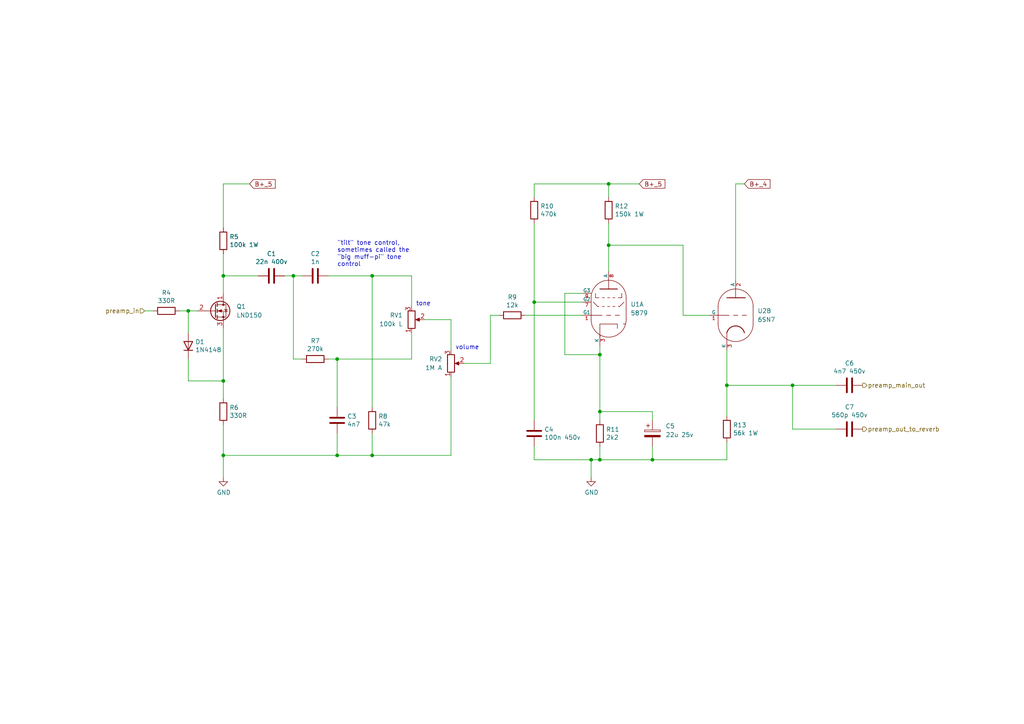
<source format=kicad_sch>
(kicad_sch (version 20211123) (generator eeschema)
  (paper "A4")
  (title_block (title "A200 12 watt class AB tube amp") (date "2021-12-26") (rev "0") (comment 1 "creativecommons.org/licenses/by/4.0/") (comment 2 "License: CC by 4.0") (comment 3 "Author: Jordan Aceto"))
  (lib_symbols
    (symbol "Device:C" (pin_numbers hide) (pin_names (offset 0.254))
      (property "Reference" "C" (at 0.635 2.54 0))
      (property "Value" "C" (at 0.635 -2.54 0))
      (symbol "C_0_1"
        (polyline (pts (xy -2.032 -0.762) (xy 2.032 -0.762)) (stroke (width 0.508)))
        (polyline (pts (xy -2.032 0.762) (xy 2.032 0.762)) (stroke (width 0.508)))
      )
      (symbol "C_1_1"
        (pin passive line (at 0 3.81 270) (length 2.794) (name "~") (number "1"))
        (pin passive line (at 0 -3.81 90) (length 2.794) (name "~") (number "2"))
      )
    )
    (symbol "Device:C_Polarized" (pin_numbers hide) (pin_names (offset 0.254))
      (property "Reference" "C" (at 0.635 2.54 0))
      (property "Value" "C_Polarized" (at 0.635 -2.54 0))
      (symbol "C_Polarized_0_1"
        (rectangle (start -2.286 0.508) (end 2.286 1.016))
        (polyline (pts (xy -1.778 2.286) (xy -0.762 2.286)))
        (polyline (pts (xy -1.27 2.794) (xy -1.27 1.778)))
        (rectangle (start 2.286 -0.508) (end -2.286 -1.016) (fill (type outline)))
      )
      (symbol "C_Polarized_1_1"
        (pin passive line (at 0 3.81 270) (length 2.794) (name "~") (number "1"))
        (pin passive line (at 0 -3.81 90) (length 2.794) (name "~") (number "2"))
      )
    )
    (symbol "Device:R" (pin_numbers hide) (pin_names (offset 0))
      (property "Reference" "R" (at 2.032 0 90))
      (property "Value" "R" (at 0 0 90))
      (symbol "R_0_1"
        (rectangle (start -1.016 -2.54) (end 1.016 2.54) (stroke (width 0.254)))
      )
      (symbol "R_1_1"
        (pin passive line (at 0 3.81 270) (length 1.27) (name "~") (number "1"))
        (pin passive line (at 0 -3.81 90) (length 1.27) (name "~") (number "2"))
      )
    )
    (symbol "Device:R_Potentiometer" (pin_names (offset 1.016) hide)
      (property "Reference" "RV" (at -4.445 0 90))
      (property "Value" "R_Potentiometer" (at -2.54 0 90))
      (symbol "R_Potentiometer_0_1"
        (polyline (pts (xy 2.54 0) (xy 1.524 0)))
        (polyline (pts (xy 1.143 0) (xy 2.286 0.508) (xy 2.286 -0.508) (xy 1.143 0)) (fill (type outline)))
        (rectangle (start 1.016 2.54) (end -1.016 -2.54) (stroke (width 0.254)))
      )
      (symbol "R_Potentiometer_1_1"
        (pin passive line (at 0 3.81 270) (length 1.27) (name "1") (number "1"))
        (pin passive line (at 3.81 0 180) (length 1.27) (name "2") (number "2"))
        (pin passive line (at 0 -3.81 90) (length 1.27) (name "3") (number "3"))
      )
    )
    (symbol "Diode:1N4148" (pin_numbers hide) (pin_names (offset 1.016) hide)
      (property "Reference" "D" (at 0 2.54 0))
      (property "Value" "1N4148" (at 0 -2.54 0))
      (symbol "1N4148_0_1"
        (polyline (pts (xy -1.27 1.27) (xy -1.27 -1.27)) (stroke (width 0.254)))
        (polyline (pts (xy 1.27 0) (xy -1.27 0)))
        (polyline (pts (xy 1.27 1.27) (xy 1.27 -1.27) (xy -1.27 0) (xy 1.27 1.27)) (stroke (width 0.254)))
      )
      (symbol "1N4148_1_1"
        (pin passive line (at -3.81 0 0) (length 2.54) (name "K") (number "1"))
        (pin passive line (at 3.81 0 180) (length 2.54) (name "A") (number "2"))
      )
    )
    (symbol "Transistor_FET:BSB008NE2LX" (pin_names hide)
      (property "Reference" "Q" (at 5.08 1.905 0))
      (property "Value" "BSB008NE2LX" (at 5.08 0 0))
      (symbol "BSB008NE2LX_0_1"
        (polyline (pts (xy 0.254 0) (xy -2.54 0)))
        (polyline (pts (xy 0.254 1.905) (xy 0.254 -1.905)) (stroke (width 0.254)))
        (polyline (pts (xy 0.762 -1.27) (xy 0.762 -2.286)) (stroke (width 0.254)))
        (polyline (pts (xy 0.762 0.508) (xy 0.762 -0.508)) (stroke (width 0.254)))
        (polyline (pts (xy 0.762 2.286) (xy 0.762 1.27)) (stroke (width 0.254)))
        (polyline (pts (xy 2.54 2.54) (xy 2.54 1.778)))
        (polyline (pts (xy 2.54 -2.54) (xy 2.54 0) (xy 0.762 0)))
        (polyline (pts (xy 0.762 -1.778) (xy 3.302 -1.778) (xy 3.302 1.778) (xy 0.762 1.778)))
        (polyline (pts (xy 1.016 0) (xy 2.032 0.381) (xy 2.032 -0.381) (xy 1.016 0)) (fill (type outline)))
        (polyline (pts (xy 2.794 0.508) (xy 2.921 0.381) (xy 3.683 0.381) (xy 3.81 0.254)))
        (polyline (pts (xy 3.302 0.381) (xy 2.921 -0.254) (xy 3.683 -0.254) (xy 3.302 0.381)))
        (circle (center 1.651 0) (radius 2.794) (stroke (width 0.254)))
        (circle (center 2.54 -1.778) (radius 0.254) (fill (type outline)))
        (circle (center 2.54 1.778) (radius 0.254) (fill (type outline)))
      )
      (symbol "BSB008NE2LX_1_1"
        (pin passive line (at 2.54 5.08 270) (length 2.54) (name "D") (number "1"))
        (pin input line (at -5.08 0 0) (length 2.54) (name "G") (number "2"))
        (pin passive line (at 2.54 -5.08 90) (length 2.54) (name "S") (number "3"))
      )
    )
    (symbol "custom_symbols:5879" (pin_names (offset 0))
      (property "Reference" "U" (at 0 12.7 0))
      (property "Value" "5879" (at 0 10.16 0))
      (symbol "5879_0_1"
        (arc (start -5.08 -2.54) (mid 0 -7.62) (end 5.08 -2.54))
        (polyline (pts (xy -5.08 3.81) (xy -5.08 -2.54) (xy -5.08 -2.54)))
        (polyline (pts (xy 5.08 -2.54) (xy 5.08 3.81) (xy 5.08 3.81)))
        (arc (start 5.08 3.81) (mid 0 8.89) (end -5.08 3.81))
      )
      (symbol "5879_1_0"
        (polyline (pts (xy -5.08 -1.27) (xy -3.175 -1.27)))
        (polyline (pts (xy -2.54 -5.08) (xy -2.54 -7.62)))
        (polyline (pts (xy -0.635 -1.27) (xy 0.635 -1.27)) (stroke (width 0.1524)))
        (polyline (pts (xy 0 6.35) (xy 0 8.89)))
        (polyline (pts (xy 1.905 -1.27) (xy 3.175 -1.27)) (stroke (width 0.1524)))
        (polyline (pts (xy 4.318 -3.7846) (xy 4.3434 -3.81)))
        (polyline (pts (xy 4.9276 -3.81) (xy 4.3434 -3.81)))
        (polyline (pts (xy -2.54 -5.08) (xy -2.54 -3.81) (xy 2.54 -3.81) (xy 2.54 -5.08)))
      )
      (symbol "5879_1_1"
        (polyline (pts (xy -4.445 2.54) (xy -3.175 1.27)) (stroke (width 0.1524)))
        (polyline (pts (xy -3.81 3.81) (xy -2.794 3.81)) (stroke (width 0.1524)))
        (polyline (pts (xy -3.81 5.08) (xy -3.81 3.81)) (stroke (width 0.1524)))
        (polyline (pts (xy -3.175 1.27) (xy -2.794 1.27)) (stroke (width 0.1524)))
        (polyline (pts (xy -1.905 -1.27) (xy -3.175 -1.27)) (stroke (width 0.1524)))
        (polyline (pts (xy -1.8542 1.27) (xy -1.2192 1.27)) (stroke (width 0.1524)))
        (polyline (pts (xy -1.8542 3.81) (xy -1.2192 3.81)) (stroke (width 0.1524)))
        (polyline (pts (xy -0.3302 1.27) (xy 0.3302 1.27)) (stroke (width 0.1524)))
        (polyline (pts (xy -0.3302 3.81) (xy 0.3302 3.81)) (stroke (width 0.1524)))
        (polyline (pts (xy 1.2192 1.27) (xy 1.8542 1.27)) (stroke (width 0.1524)))
        (polyline (pts (xy 1.2192 3.81) (xy 1.8542 3.81)) (stroke (width 0.1524)))
        (polyline (pts (xy 2.794 1.27) (xy 3.175 1.27)) (stroke (width 0.1524)))
        (polyline (pts (xy 3.81 3.81) (xy 2.794 3.81)) (stroke (width 0.1524)))
        (polyline (pts (xy 3.81 5.08) (xy 3.81 3.81)) (stroke (width 0.1524)))
        (polyline (pts (xy 4.445 2.54) (xy 3.175 1.27)) (stroke (width 0.1524)))
        (polyline (pts (xy -2.54 6.35) (xy 2.54 6.35) (xy 2.54 6.35)) (stroke (width 0.254)))
        (pin input line (at -7.62 -1.27 0) (length 2.54) (name "G1") (number "1"))
        (pin bidirectional line (at -2.54 -10.16 90) (length 3.302) (name "K") (number "3"))
        (pin input line (at -7.62 2.54 0) (length 2.54) (name "G2") (number "7"))
        (pin output line (at 0 11.43 270) (length 2.54) (name "A") (number "8"))
        (pin input line (at -7.62 5.08 0) (length 2.54) (name "G3") (number "9"))
      )
      (symbol "5879_2_1"
        (polyline (pts (xy -2.54 -5.08) (xy -2.54 -6.35) (xy -2.54 -6.35)))
        (polyline (pts (xy 2.54 -6.35) (xy 2.54 -5.08) (xy 2.54 -5.08)))
        (arc (start 2.54 -5.08) (mid 0 -4.0279) (end -2.54 -5.08))
        (pin passive line (at -2.54 -10.16 90) (length 3.81) (name "F1") (number "4"))
        (pin passive line (at 2.54 -10.16 90) (length 3.81) (name "F2") (number "5"))
      )
    )
    (symbol "custom_symbols:6SN7" (pin_names (offset 0))
      (property "Reference" "U" (at 3.302 7.874 0))
      (property "Value" "6SN7" (at 8.89 -7.62 0))
      (symbol "6SN7_0_1"
        (arc (start -5.08 -2.54) (mid 0 -7.62) (end 5.08 -2.54))
        (polyline (pts (xy 5.08 2.54) (xy 5.08 -2.54)))
        (polyline (pts (xy -5.08 2.54) (xy -5.08 -2.54) (xy -5.08 -2.54)))
        (arc (start 5.08 2.54) (mid 0 7.62) (end -5.08 2.54))
      )
      (symbol "6SN7_1_0"
        (polyline (pts (xy -2.54 -5.08) (xy -2.54 -7.62)))
        (polyline (pts (xy 0 5.08) (xy 0 7.62)))
      )
      (symbol "6SN7_1_1"
        (polyline (pts (xy -5.08 0) (xy -3.175 0)))
        (polyline (pts (xy -1.905 0) (xy -3.175 0)) (stroke (width 0.1524)))
        (polyline (pts (xy -0.635 0) (xy 0.635 0)) (stroke (width 0.1524)))
        (polyline (pts (xy 1.905 0) (xy 3.175 0)) (stroke (width 0.1524)))
        (polyline (pts (xy -2.54 5.08) (xy 2.794 5.08) (xy 2.794 5.08)) (stroke (width 0.254)))
        (arc (start 2.54 -5.08) (mid 0 -3.0968) (end -2.54 -5.08) (stroke (width 0.254)))
        (pin input line (at -7.62 0 0) (length 2.54) (name "G") (number "4"))
        (pin output line (at 0 10.16 270) (length 2.54) (name "A") (number "5"))
        (pin bidirectional line (at -2.54 -10.16 90) (length 2.54) (name "K") (number "6"))
      )
      (symbol "6SN7_2_0"
        (polyline (pts (xy -2.54 -5.08) (xy -2.54 -7.62)))
        (polyline (pts (xy 0 5.08) (xy 0 7.62)))
      )
      (symbol "6SN7_2_1"
        (polyline (pts (xy -5.08 0) (xy -3.175 0)))
        (polyline (pts (xy -1.905 0) (xy -3.175 0)) (stroke (width 0.1524)))
        (polyline (pts (xy -0.635 0) (xy 0.635 0)) (stroke (width 0.1524)))
        (polyline (pts (xy 1.905 0) (xy 3.175 0)) (stroke (width 0.1524)))
        (polyline (pts (xy -2.54 5.08) (xy 2.794 5.08) (xy 2.794 5.08)) (stroke (width 0.254)))
        (arc (start 2.54 -5.08) (mid 0 -3.0968) (end -2.54 -5.08) (stroke (width 0.254)))
        (pin input line (at -7.62 0 0) (length 2.54) (name "G") (number "1"))
        (pin output line (at 0 10.16 270) (length 2.54) (name "A") (number "2"))
        (pin bidirectional line (at -2.54 -10.16 90) (length 2.54) (name "K") (number "3"))
      )
      (symbol "6SN7_3_1"
        (arc (start 1.27 -6.35) (mid 0 -5.5651) (end -1.27 -6.35))
        (pin passive line (at -1.27 -11.43 90) (length 5.08) (name "F1") (number "7"))
        (pin passive line (at 1.27 -11.43 90) (length 5.08) (name "F2") (number "8"))
      )
    )
    (symbol "power:GND" (power) (pin_names (offset 0))
      (property "Value" "GND" (at 0 -3.81 0))
      (symbol "GND_0_1"
        (polyline (pts (xy 0 0) (xy 0 -1.27) (xy 1.27 -1.27) (xy 0 -2.54) (xy -1.27 -1.27) (xy 0 -1.27)))
      )
      (symbol "GND_1_1"
        (pin power_in line (at 0 0 270) (length 0) hide (name "GND") (number "1"))
      )
    )
  )
  (junction (at 173.99 119.38))
  (junction (at 173.99 102.87))
  (junction (at 171.45 133.35))
  (junction (at 176.53 53.34))
  (junction (at 154.94 87.63))
  (junction (at 85.09 80.01))
  (junction (at 189.23 133.35))
  (junction (at 54.61 90.17))
  (junction (at 64.77 80.01))
  (junction (at 107.95 132.08))
  (junction (at 107.95 80.01))
  (junction (at 97.79 132.08))
  (junction (at 173.99 133.35))
  (junction (at 229.87 111.76))
  (junction (at 210.82 111.76))
  (junction (at 64.77 110.49))
  (junction (at 176.53 71.12))
  (junction (at 97.79 104.14))
  (junction (at 64.77 132.08))
  (wire (pts (xy 189.23 133.35) (xy 210.82 133.35)))
  (wire (pts (xy 154.94 53.34) (xy 176.53 53.34)))
  (wire (pts (xy 210.82 133.35) (xy 210.82 128.27)))
  (wire (pts (xy 52.07 90.17) (xy 54.61 90.17)))
  (wire (pts (xy 64.77 110.49) (xy 64.77 95.25)))
  (wire (pts (xy 82.55 80.01) (xy 85.09 80.01)))
  (wire (pts (xy 64.77 132.08) (xy 64.77 123.19)))
  (wire (pts (xy 229.87 111.76) (xy 242.57 111.76)))
  (wire (pts (xy 210.82 101.6) (xy 210.82 111.76)))
  (wire (pts (xy 229.87 111.76) (xy 210.82 111.76)))
  (wire (pts (xy 107.95 118.11) (xy 107.95 80.01)))
  (wire (pts (xy 168.91 87.63) (xy 154.94 87.63)))
  (wire (pts (xy 173.99 119.38) (xy 173.99 121.92)))
  (wire (pts (xy 176.53 71.12) (xy 176.53 78.74)))
  (wire (pts (xy 74.93 80.01) (xy 64.77 80.01)))
  (wire (pts (xy 130.81 101.6) (xy 130.81 92.71)))
  (wire (pts (xy 198.12 91.44) (xy 205.74 91.44)))
  (wire (pts (xy 154.94 133.35) (xy 171.45 133.35)))
  (wire (pts (xy 54.61 90.17) (xy 57.15 90.17)))
  (wire (pts (xy 173.99 133.35) (xy 173.99 129.54)))
  (wire (pts (xy 154.94 64.77) (xy 154.94 87.63)))
  (wire (pts (xy 130.81 132.08) (xy 130.81 109.22)))
  (wire (pts (xy 171.45 133.35) (xy 173.99 133.35)))
  (wire (pts (xy 97.79 104.14) (xy 119.38 104.14)))
  (wire (pts (xy 142.24 105.41) (xy 142.24 91.44)))
  (wire (pts (xy 64.77 115.57) (xy 64.77 110.49)))
  (wire (pts (xy 173.99 100.33) (xy 173.99 102.87)))
  (wire (pts (xy 176.53 53.34) (xy 176.53 57.15)))
  (wire (pts (xy 72.39 53.34) (xy 64.77 53.34)))
  (wire (pts (xy 198.12 71.12) (xy 198.12 91.44)))
  (wire (pts (xy 64.77 132.08) (xy 97.79 132.08)))
  (wire (pts (xy 168.91 91.44) (xy 152.4 91.44)))
  (wire (pts (xy 54.61 96.52) (xy 54.61 90.17)))
  (wire (pts (xy 107.95 132.08) (xy 107.95 125.73)))
  (wire (pts (xy 134.62 105.41) (xy 142.24 105.41)))
  (wire (pts (xy 87.63 104.14) (xy 85.09 104.14)))
  (wire (pts (xy 213.36 53.34) (xy 213.36 81.28)))
  (wire (pts (xy 64.77 138.43) (xy 64.77 132.08)))
  (wire (pts (xy 189.23 129.54) (xy 189.23 133.35)))
  (wire (pts (xy 97.79 132.08) (xy 107.95 132.08)))
  (wire (pts (xy 163.83 85.09) (xy 163.83 102.87)))
  (wire (pts (xy 130.81 92.71) (xy 123.19 92.71)))
  (wire (pts (xy 97.79 125.73) (xy 97.79 132.08)))
  (wire (pts (xy 64.77 85.09) (xy 64.77 80.01)))
  (wire (pts (xy 242.57 124.46) (xy 229.87 124.46)))
  (wire (pts (xy 54.61 104.14) (xy 54.61 110.49)))
  (wire (pts (xy 173.99 102.87) (xy 173.99 119.38)))
  (wire (pts (xy 54.61 110.49) (xy 64.77 110.49)))
  (wire (pts (xy 176.53 64.77) (xy 176.53 71.12)))
  (wire (pts (xy 154.94 57.15) (xy 154.94 53.34)))
  (wire (pts (xy 154.94 87.63) (xy 154.94 121.92)))
  (wire (pts (xy 119.38 80.01) (xy 107.95 80.01)))
  (wire (pts (xy 198.12 71.12) (xy 176.53 71.12)))
  (wire (pts (xy 185.42 53.34) (xy 176.53 53.34)))
  (wire (pts (xy 171.45 138.43) (xy 171.45 133.35)))
  (wire (pts (xy 189.23 119.38) (xy 173.99 119.38)))
  (wire (pts (xy 95.25 80.01) (xy 107.95 80.01)))
  (wire (pts (xy 85.09 80.01) (xy 87.63 80.01)))
  (wire (pts (xy 107.95 132.08) (xy 130.81 132.08)))
  (wire (pts (xy 215.9 53.34) (xy 213.36 53.34)))
  (wire (pts (xy 168.91 85.09) (xy 163.83 85.09)))
  (wire (pts (xy 85.09 104.14) (xy 85.09 80.01)))
  (wire (pts (xy 173.99 133.35) (xy 189.23 133.35)))
  (wire (pts (xy 142.24 91.44) (xy 144.78 91.44)))
  (wire (pts (xy 64.77 80.01) (xy 64.77 73.66)))
  (wire (pts (xy 64.77 53.34) (xy 64.77 66.04)))
  (wire (pts (xy 97.79 118.11) (xy 97.79 104.14)))
  (wire (pts (xy 189.23 121.92) (xy 189.23 119.38)))
  (wire (pts (xy 119.38 88.9) (xy 119.38 80.01)))
  (wire (pts (xy 41.91 90.17) (xy 44.45 90.17)))
  (wire (pts (xy 210.82 111.76) (xy 210.82 120.65)))
  (wire (pts (xy 97.79 104.14) (xy 95.25 104.14)))
  (wire (pts (xy 163.83 102.87) (xy 173.99 102.87)))
  (wire (pts (xy 229.87 111.76) (xy 229.87 124.46)))
  (wire (pts (xy 119.38 104.14) (xy 119.38 96.52)))
  (wire (pts (xy 154.94 133.35) (xy 154.94 129.54)))
  (text "tone" (at 120.65 88.9 0) (effects (font (size 1.27 1.27)) (justify left bottom)))
  (text "volume" (at 132.08 101.6 0) (effects (font (size 1.27 1.27)) (justify left bottom)))
  (text "\"tilt\" tone control,\nsometimes called the\n\"big muff-pi\" tone \ncontrol" (at 97.79 77.47 0) (effects (font (size 1.27 1.27)) (justify left bottom)))
  (global_label "B+_4" (shape input) (at 215.9 53.34 0) (property "Intersheet References" "${INTERSHEET_REFS}" (effects hide)))
  (global_label "B+_5" (shape input) (at 72.39 53.34 0) (property "Intersheet References" "${INTERSHEET_REFS}" (effects hide)))
  (global_label "B+_5" (shape input) (at 185.42 53.34 0) (property "Intersheet References" "${INTERSHEET_REFS}" (effects hide)))
  (hierarchical_label "preamp_in" (shape input) (at 41.91 90.17 180))
  (hierarchical_label "preamp_out_to_reverb" (shape output) (at 250.19 124.46 0))
  (hierarchical_label "preamp_main_out" (shape output) (at 250.19 111.76 0))
  (symbol (lib_id "Device:R") (at 173.99 125.73 0) (unit 1)
    (property "Reference" "R11" (at 175.768 124.5616 0) (effects (justify left)))
    (property "Value" "2k2" (at 175.768 126.873 0) (effects (justify left)))
  )
  (symbol (lib_id "Device:R") (at 176.53 60.96 0) (unit 1)
    (property "Reference" "R12" (at 178.308 59.7916 0) (effects (justify left)))
    (property "Value" "150k 1W" (at 178.308 62.103 0) (effects (justify left)))
  )
  (symbol (lib_id "Device:R") (at 148.59 91.44 270) (unit 1)
    (property "Reference" "R9" (at 148.59 86.1822 90))
    (property "Value" "12k" (at 148.59 88.4936 90))
  )
  (symbol (lib_id "Device:R") (at 154.94 60.96 0) (unit 1)
    (property "Reference" "R10" (at 156.718 59.7916 0) (effects (justify left)))
    (property "Value" "470k" (at 156.718 62.103 0) (effects (justify left)))
  )
  (symbol (lib_id "Device:C") (at 154.94 125.73 0) (unit 1)
    (property "Reference" "C4" (at 157.861 124.5616 0) (effects (justify left)))
    (property "Value" "100n 450v" (at 157.861 126.873 0) (effects (justify left)))
  )
  (symbol (lib_id "power:GND") (at 171.45 138.43 0) (unit 1)
    (property "Reference" "#PWR06" (effects hide))
    (property "Value" "GND" (at 171.577 142.8242 0))
  )
  (symbol (lib_id "Device:R") (at 210.82 124.46 0) (unit 1)
    (property "Reference" "R13" (at 212.598 123.2916 0) (effects (justify left)))
    (property "Value" "56k 1W" (at 212.598 125.603 0) (effects (justify left)))
  )
  (symbol (lib_id "Device:C") (at 246.38 111.76 270) (unit 1)
    (property "Reference" "C6" (at 246.38 105.3592 90))
    (property "Value" "4n7 450v" (at 246.38 107.6706 90))
  )
  (symbol (lib_id "Device:C") (at 246.38 124.46 270) (unit 1)
    (property "Reference" "C7" (at 246.38 118.0592 90))
    (property "Value" "560p 450v" (at 246.38 120.3706 90))
  )
  (symbol (lib_id "custom_symbols:6SN7") (at 213.36 91.44 0) (unit 2)
    (property "Reference" "U2" (at 219.71 90.1699 0) (effects (justify left)))
    (property "Value" "6SN7" (at 219.71 92.7099 0) (effects (justify left)))
    (property "Footprint" "octal" (effects hide))
  )
  (symbol (lib_id "custom_symbols:5879") (at 176.53 90.17 0) (unit 1)
    (property "Reference" "U1" (at 182.88 88.2649 0) (effects (justify left)))
    (property "Value" "5879" (at 182.88 90.8049 0) (effects (justify left)))
    (property "Footprint" "VALVE-NOVAL_P" (effects hide))
  )
  (symbol (lib_id "Device:C") (at 91.44 80.01 270) (unit 1)
    (property "Reference" "C2" (at 91.44 73.6092 90))
    (property "Value" "1n" (at 91.44 75.9206 90))
  )
  (symbol (lib_id "Device:R_Potentiometer") (at 119.38 92.71 0) (mirror x) (unit 1)
    (property "Reference" "RV1" (at 116.84 91.4399 0) (effects (justify right)))
    (property "Value" "100k L" (at 116.84 93.9799 0) (effects (justify right)))
  )
  (symbol (lib_id "Device:R") (at 91.44 104.14 270) (unit 1)
    (property "Reference" "R7" (at 91.44 98.8822 90))
    (property "Value" "270k" (at 91.44 101.1936 90))
  )
  (symbol (lib_id "Device:R") (at 64.77 69.85 0) (unit 1)
    (property "Reference" "R5" (at 66.548 68.6816 0) (effects (justify left)))
    (property "Value" "100k 1W" (at 66.548 70.993 0) (effects (justify left)))
  )
  (symbol (lib_id "Device:C") (at 78.74 80.01 270) (unit 1)
    (property "Reference" "C1" (at 78.74 73.6092 90))
    (property "Value" "22n 400v" (at 78.74 75.9206 90))
  )
  (symbol (lib_id "Device:R") (at 64.77 119.38 0) (unit 1)
    (property "Reference" "R6" (at 66.548 118.2116 0) (effects (justify left)))
    (property "Value" "330R" (at 66.548 120.523 0) (effects (justify left)))
  )
  (symbol (lib_id "Device:C_Polarized") (at 189.23 125.73 0) (unit 1)
    (property "Reference" "C5" (at 193.04 123.5709 0) (effects (justify left)))
    (property "Value" "22u 25v" (at 193.04 126.1109 0) (effects (justify left)))
  )
  (symbol (lib_id "Device:R") (at 107.95 121.92 0) (unit 1)
    (property "Reference" "R8" (at 109.728 120.7516 0) (effects (justify left)))
    (property "Value" "47k" (at 109.728 123.063 0) (effects (justify left)))
  )
  (symbol (lib_id "Device:R") (at 48.26 90.17 270) (unit 1)
    (property "Reference" "R4" (at 48.26 84.9122 90))
    (property "Value" "330R" (at 48.26 87.2236 90))
  )
  (symbol (lib_id "Device:R_Potentiometer") (at 130.81 105.41 0) (mirror x) (unit 1)
    (property "Reference" "RV2" (at 128.27 104.1399 0) (effects (justify right)))
    (property "Value" "1M A" (at 128.27 106.6799 0) (effects (justify right)))
  )
  (symbol (lib_id "power:GND") (at 64.77 138.43 0) (unit 1)
    (property "Reference" "#PWR05" (effects hide))
    (property "Value" "GND" (at 64.897 142.8242 0))
  )
  (symbol (lib_id "Diode:1N4148") (at 54.61 100.33 90) (unit 1)
    (property "Reference" "D1" (at 56.642 99.1616 90) (effects (justify right)))
    (property "Value" "1N4148" (at 56.642 101.473 90) (effects (justify right)))
    (property "Footprint" "Diode_THT:D_DO-35_SOD27_P7.62mm_Horizontal" (effects hide))
    (property "Datasheet" "https://assets.nexperia.com/documents/data-sheet/1N4148_1N4448.pdf" (effects hide))
  )
  (symbol (lib_id "Device:C") (at 97.79 121.92 0) (unit 1)
    (property "Reference" "C3" (at 100.711 120.7516 0) (effects (justify left)))
    (property "Value" "4n7" (at 100.711 123.063 0) (effects (justify left)))
  )
  (symbol (lib_id "Transistor_FET:BSB008NE2LX") (at 62.23 90.17 0) (unit 1)
    (property "Reference" "Q1" (at 68.58 88.8999 0) (effects (justify left)))
    (property "Value" "LND150" (at 68.58 91.4399 0) (effects (justify left)))
    (property "Footprint" "Package_TO_SOT_THT:TO-92" (effects hide))
  )
)
</source>
